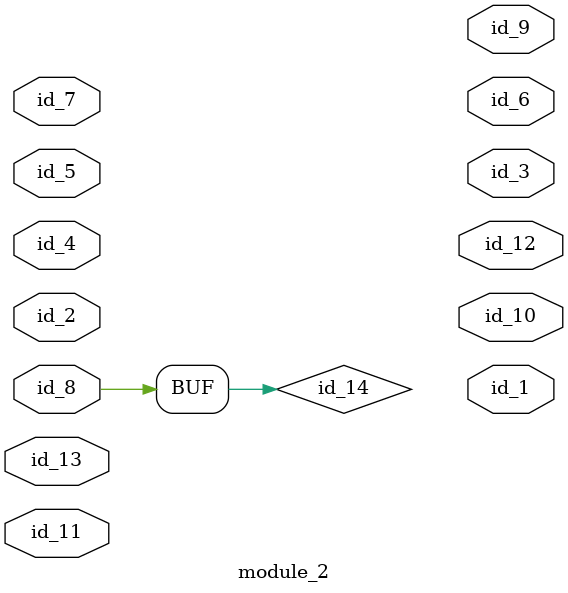
<source format=v>
module module_0 (
    id_1,
    id_2,
    id_3
);
  input wire id_3;
  inout wire id_2;
  output wire id_1;
  assign id_2 = 1;
  module_2 modCall_1 (
      id_1,
      id_2,
      id_2,
      id_2,
      id_3,
      id_2,
      id_3,
      id_3,
      id_2,
      id_2,
      id_2,
      id_1,
      id_2
  );
endmodule
module module_1 (
    id_1,
    id_2,
    id_3,
    id_4,
    id_5,
    id_6,
    id_7,
    id_8
);
  output wire id_8;
  output wire id_7;
  inout wire id_6;
  inout wire id_5;
  input wire id_4;
  input wire id_3;
  inout wire id_2;
  inout wire id_1;
  module_0 modCall_1 (
      id_2,
      id_1,
      id_5
  );
endmodule
module module_2 (
    id_1,
    id_2,
    id_3,
    id_4,
    id_5,
    id_6,
    id_7,
    id_8,
    id_9,
    id_10,
    id_11,
    id_12,
    id_13
);
  input wire id_13;
  output wire id_12;
  input wire id_11;
  output wire id_10;
  output wire id_9;
  input wire id_8;
  input wire id_7;
  output wire id_6;
  input wire id_5;
  input wire id_4;
  output wire id_3;
  inout wire id_2;
  output wire id_1;
  wire id_14, id_15, id_16;
  assign id_14 = id_8;
endmodule

</source>
